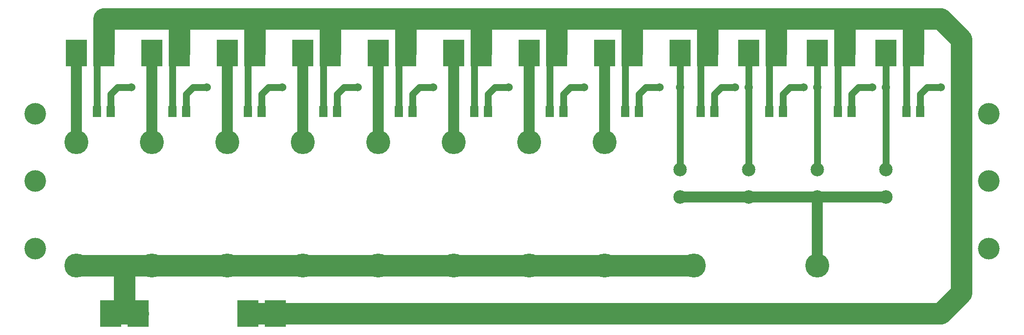
<source format=gbr>
G04 EasyPC Gerber Version 20.0.2 Build 4112 *
G04 #@! TF.Part,Single*
G04 #@! TF.FileFunction,Copper,L1,Bot *
%FSLAX35Y35*%
%MOIN*%
G04 #@! TA.AperFunction,SMDPad*
%ADD142R,0.06000X0.08000*%
%ADD113R,0.15748X0.19685*%
G04 #@! TD.AperFunction*
%ADD20C,0.05000*%
%ADD22C,0.06000*%
G04 #@! TA.AperFunction,ComponentPad*
%ADD107C,0.07874*%
%ADD101C,0.09843*%
G04 #@! TD.AperFunction*
%ADD115C,0.15748*%
G04 #@! TA.AperFunction,SMDPad*
%ADD141C,0.17500*%
X0Y0D02*
D02*
D20*
X65250Y162750D02*
Y205250D01*
X70250*
X90250Y180250D02*
X80250D01*
X75250Y175250*
Y162750*
X105250Y180250D02*
Y165250D01*
X120250Y162750D02*
Y205250D01*
X125250*
X145250Y180250D02*
X135250D01*
X130250Y175250*
Y162750*
X160250Y180250D02*
Y165250D01*
X180250Y205250D02*
X175250D01*
Y162750*
X200250Y180250D02*
X190250D01*
X185250Y175250*
Y162750*
X215250Y180250D02*
Y165250D01*
X230250Y162750D02*
Y205250D01*
X235250*
X255250Y180250D02*
X245250D01*
X240250Y175250*
Y162750*
X290250Y205250D02*
X285250D01*
Y162750*
X310250Y180250D02*
X300250D01*
X295250Y175250*
Y162750*
X325250Y180250D02*
Y165250D01*
X345250Y205250D02*
Y212750D01*
X340250*
Y162750*
X365250Y180250D02*
X355250D01*
X350250Y175250*
Y162750*
X380250Y180250D02*
Y165250D01*
X400250Y205250D02*
X395250D01*
Y162750*
X420250Y180250D02*
X410250D01*
X405250Y175250*
Y162750*
X455250Y205250D02*
X450250D01*
Y162750*
X475250Y180250D02*
X465250D01*
X460250Y175250*
Y162750*
X490250Y165250D02*
Y120250D01*
Y180250D02*
Y165250D01*
Y205250D02*
Y165250D01*
X510250Y205250D02*
X505250D01*
Y162750*
X530250Y180250D02*
X520250D01*
X515250Y175250*
Y162750*
X540250Y165250D02*
Y120250D01*
Y180250D02*
Y165250D01*
Y205250D02*
Y165250D01*
X560250Y205250D02*
X555250D01*
Y162750*
X580250Y180250D02*
X570250D01*
X565250Y175250*
Y162750*
X590250Y165250D02*
Y120250D01*
Y180250D02*
Y165250D01*
Y205250D02*
Y165250D01*
X610250Y205250D02*
X605250D01*
Y162750*
X630250Y180250D02*
X620250D01*
X615250Y175250*
Y162750*
X640250Y165250D02*
Y120250D01*
Y180250D02*
Y165250D01*
Y205250D02*
Y165250D01*
X660250Y205250D02*
X655250D01*
Y162750*
X680250Y180250D02*
X670250D01*
X665250Y175250*
Y162750*
D02*
D22*
X50250Y180250D03*
X90250D03*
X105250D03*
X145250D03*
X160250D03*
X200250D03*
X215250D03*
X255250D03*
X270250D03*
X310250D03*
X325250D03*
X365250D03*
X380250D03*
X420250D03*
X435250D03*
X475250D03*
X490250D03*
X530250D03*
X540250D03*
X580250D03*
X590250D03*
X630250D03*
X640250D03*
X680250D03*
D02*
D101*
X490250Y100250D03*
Y120250D03*
X540250Y100250D03*
Y120250D03*
X590250Y100250D03*
Y120250D03*
X640250Y100250D03*
Y120250D03*
D02*
D107*
X50250Y180250D02*
Y140250D01*
Y205250D02*
Y180250D01*
X105250Y165250D02*
Y140250D01*
Y205250D02*
Y165250D01*
X160250D02*
Y140250D01*
Y205250D02*
Y165250D01*
X215250D02*
Y140250D01*
Y205250D02*
Y165250D01*
X270250Y180250D02*
Y140250D01*
Y205250D02*
Y180250D01*
X325250Y165250D02*
Y140250D01*
Y205250D02*
Y165250D01*
X380250D02*
Y140250D01*
Y205250D02*
Y165250D01*
X435250D02*
Y140250D01*
Y180250D02*
Y165250D01*
Y205250D02*
Y180250D01*
X490250Y100250D02*
X540250D01*
X590250*
Y50250D02*
Y100250D01*
X640250*
D02*
D113*
X50250Y205250D03*
X70250D03*
X75250Y15250D03*
X95250D03*
X105250Y205250D03*
X125250D03*
X160250D03*
X175250Y15250D03*
X180250Y205250D03*
X195250Y15250D03*
X215250Y205250D03*
X235250D03*
X270250D03*
X290250D03*
X325250D03*
X345250D03*
X380250D03*
X400250D03*
X435250D03*
X455250D03*
X490250D03*
X510250D03*
X540250D03*
X560250D03*
X590250D03*
X610250D03*
X640250D03*
X660250D03*
D02*
D115*
X20250Y62573D03*
Y111785D03*
Y160998D03*
X50250Y50250D02*
X85250D01*
Y15250*
X95250*
X50250Y50250D02*
X105250D01*
X95250Y15250D02*
X75250D01*
X105250Y50250D02*
X160250D01*
X125250Y205250D02*
Y230250D01*
X150343*
X70250*
Y205250*
X160250Y50250D02*
X215250D01*
X180250Y205250D02*
Y230250D01*
X150343*
X195250Y15250D02*
X175250D01*
X215250Y50250D02*
X270250D01*
X235250Y205250D02*
Y230250D01*
X350250*
X235250D02*
X180250D01*
X270250Y50250D02*
X325250D01*
X290250Y205250D02*
Y230250D01*
X350250*
X345250Y205250D02*
Y230250D01*
X350250*
X380250Y50250D02*
X435250D01*
X380250D02*
X325250D01*
X400250Y205250D02*
Y230250D01*
X345250*
X435250Y50250D02*
X500250D01*
X455250Y205250D02*
Y230250D01*
X630250*
X510250Y205250D02*
Y230250D01*
X560250*
Y205250D02*
Y230250D01*
X610250*
Y205250D02*
Y230250D01*
X660250*
X630250D02*
X510250D01*
X630250D02*
X400250D01*
X660250Y205250D02*
Y230250D01*
X680250*
X695250Y215250*
Y30250*
X680250Y15250*
X195250*
X715250Y62573D03*
Y111785D03*
Y160998D03*
D02*
D141*
X50250Y50250D03*
Y140250D03*
X105250Y50250D03*
Y140250D03*
X160250Y50250D03*
Y140250D03*
X215250Y50250D03*
Y140250D03*
X270250Y50250D03*
Y140250D03*
X325250Y50250D03*
Y140250D03*
X380250Y50250D03*
Y140250D03*
X435250Y50250D03*
Y140250D03*
X500250Y50250D03*
X590250D03*
D02*
D142*
X65250Y162750D03*
X75250D03*
X120250D03*
X130250D03*
X175250D03*
X185250D03*
X230250D03*
X240250D03*
X285250D03*
X295250D03*
X340250D03*
X350250D03*
X395250D03*
X405250D03*
X450250D03*
X460250D03*
X505250D03*
X515250D03*
X555250D03*
X565250D03*
X605250D03*
X615250D03*
X655250D03*
X665250D03*
X0Y0D02*
M02*

</source>
